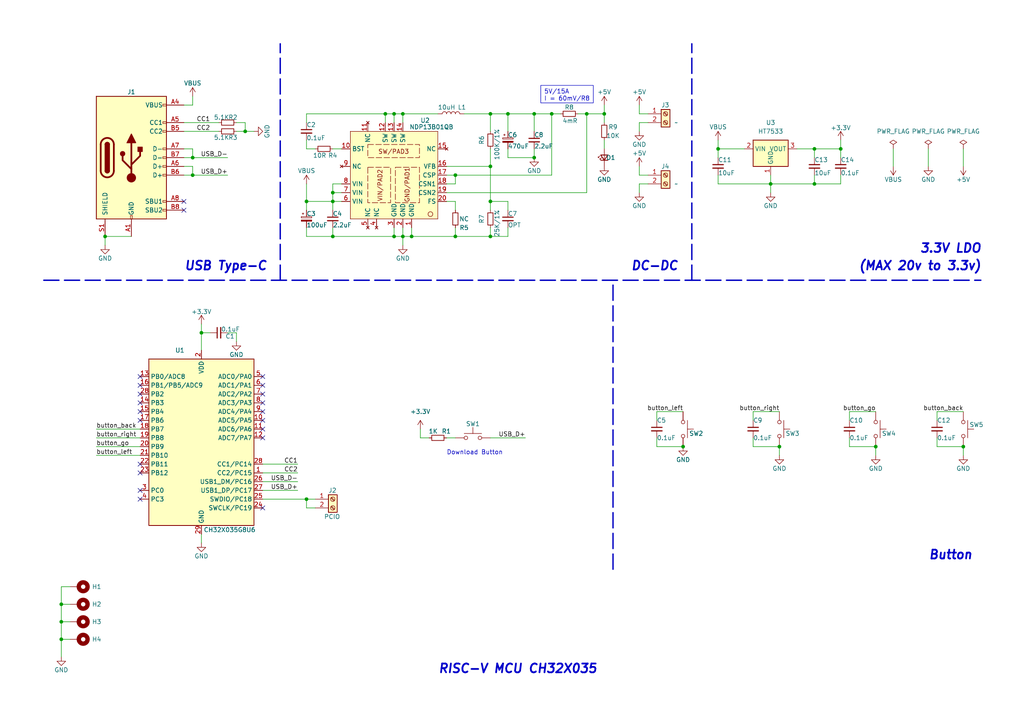
<source format=kicad_sch>
(kicad_sch (version 20230121) (generator eeschema)
  (paper "A4")
  (title_block (rev "V1.1"))
  (lib_symbols
    (symbol "Connector:Screw_Terminal_01x02" (pin_names (offset 1.016) hide)
      (property "Reference" "J" (at 0 2.54 0))
      (property "Value" "Screw_Terminal_01x02" (at 0 -5.08 0))
      (symbol "Screw_Terminal_01x02_1_1"
        (rectangle (start -1.27 1.27) (end 1.27 -3.81) (stroke (width 0.254)) (fill (type background)))
        (circle (center 0 -2.54) (radius 0.635) (stroke (width 0.1524)))
        (polyline (pts (xy -0.5334 -2.2098) (xy 0.3302 -3.048)) (stroke (width 0.1524)))
        (polyline (pts (xy -0.5334 0.3302) (xy 0.3302 -0.508)) (stroke (width 0.1524)))
        (polyline (pts (xy -0.3556 -2.032) (xy 0.508 -2.8702)) (stroke (width 0.1524)))
        (polyline (pts (xy -0.3556 0.508) (xy 0.508 -0.3302)) (stroke (width 0.1524)))
        (circle (center 0 0) (radius 0.635) (stroke (width 0.1524)))
        (pin passive line (at -5.08 0 0) (length 3.81) (name "Pin_1") (number "1"))
        (pin passive line (at -5.08 -2.54 0) (length 3.81) (name "Pin_2") (number "2"))
      )
    )
    (symbol "Connector:USB_C_Receptacle_USB2.0" (pin_names (offset 1.016))
      (property "Reference" "J" (at -10.16 19.05 0))
      (property "Value" "USB_C_Receptacle_USB2.0" (at 19.05 19.05 0))
      (symbol "USB_C_Receptacle_USB2.0_0_0"
        (rectangle (start -0.254 -17.78) (end 0.254 -16.764))
        (rectangle (start 10.16 -14.986) (end 9.144 -15.494))
        (rectangle (start 10.16 -12.446) (end 9.144 -12.954))
        (rectangle (start 10.16 -4.826) (end 9.144 -5.334))
        (rectangle (start 10.16 -2.286) (end 9.144 -2.794))
        (rectangle (start 10.16 0.254) (end 9.144 -0.254))
        (rectangle (start 10.16 2.794) (end 9.144 2.286))
        (rectangle (start 10.16 7.874) (end 9.144 7.366))
        (rectangle (start 10.16 10.414) (end 9.144 9.906))
        (rectangle (start 10.16 15.494) (end 9.144 14.986))
      )
      (symbol "USB_C_Receptacle_USB2.0_0_1"
        (rectangle (start -10.16 17.78) (end 10.16 -17.78) (stroke (width 0.254)) (fill (type background)))
        (arc (start -8.89 -3.81) (mid -6.985 -5.7067) (end -5.08 -3.81) (stroke (width 0.508)))
        (arc (start -7.62 -3.81) (mid -6.985 -4.4423) (end -6.35 -3.81) (stroke (width 0.254)))
        (arc (start -7.62 -3.81) (mid -6.985 -4.4423) (end -6.35 -3.81) (stroke (width 0.254)) (fill (type outline)))
        (rectangle (start -7.62 -3.81) (end -6.35 3.81) (stroke (width 0.254)) (fill (type outline)))
        (arc (start -6.35 3.81) (mid -6.985 4.4423) (end -7.62 3.81) (stroke (width 0.254)))
        (arc (start -6.35 3.81) (mid -6.985 4.4423) (end -7.62 3.81) (stroke (width 0.254)) (fill (type outline)))
        (arc (start -5.08 3.81) (mid -6.985 5.7067) (end -8.89 3.81) (stroke (width 0.508)))
        (circle (center -2.54 1.143) (radius 0.635) (stroke (width 0.254)) (fill (type outline)))
        (circle (center 0 -5.842) (radius 1.27) (fill (type outline)))
        (polyline (pts (xy -8.89 -3.81) (xy -8.89 3.81)) (stroke (width 0.508)))
        (polyline (pts (xy -5.08 3.81) (xy -5.08 -3.81)) (stroke (width 0.508)))
        (polyline (pts (xy 0 -5.842) (xy 0 4.318)) (stroke (width 0.508)))
        (polyline (pts (xy 0 -3.302) (xy -2.54 -0.762) (xy -2.54 0.508)) (stroke (width 0.508)))
        (polyline (pts (xy 0 -2.032) (xy 2.54 0.508) (xy 2.54 1.778)) (stroke (width 0.508)))
        (polyline (pts (xy -1.27 4.318) (xy 0 6.858) (xy 1.27 4.318) (xy -1.27 4.318)) (stroke (width 0.254)) (fill (type outline)))
        (rectangle (start 1.905 1.778) (end 3.175 3.048) (stroke (width 0.254)) (fill (type outline)))
      )
      (symbol "USB_C_Receptacle_USB2.0_1_1"
        (pin passive line (at 0 -22.86 90) (length 5.08) (name "GND") (number "A1"))
        (pin passive line (at 0 -22.86 90) (length 5.08) hide (name "GND") (number "A12"))
        (pin passive line (at 15.24 15.24 180) (length 5.08) (name "VBUS") (number "A4"))
        (pin bidirectional line (at 15.24 10.16 180) (length 5.08) (name "CC1") (number "A5"))
        (pin bidirectional line (at 15.24 -2.54 180) (length 5.08) (name "D+") (number "A6"))
        (pin bidirectional line (at 15.24 2.54 180) (length 5.08) (name "D-") (number "A7"))
        (pin bidirectional line (at 15.24 -12.7 180) (length 5.08) (name "SBU1") (number "A8"))
        (pin passive line (at 15.24 15.24 180) (length 5.08) hide (name "VBUS") (number "A9"))
        (pin passive line (at 0 -22.86 90) (length 5.08) hide (name "GND") (number "B1"))
        (pin passive line (at 0 -22.86 90) (length 5.08) hide (name "GND") (number "B12"))
        (pin passive line (at 15.24 15.24 180) (length 5.08) hide (name "VBUS") (number "B4"))
        (pin bidirectional line (at 15.24 7.62 180) (length 5.08) (name "CC2") (number "B5"))
        (pin bidirectional line (at 15.24 -5.08 180) (length 5.08) (name "D+") (number "B6"))
        (pin bidirectional line (at 15.24 0 180) (length 5.08) (name "D-") (number "B7"))
        (pin bidirectional line (at 15.24 -15.24 180) (length 5.08) (name "SBU2") (number "B8"))
        (pin passive line (at 15.24 15.24 180) (length 5.08) hide (name "VBUS") (number "B9"))
        (pin passive line (at -7.62 -22.86 90) (length 5.08) (name "SHIELD") (number "S1"))
      )
    )
    (symbol "Device:C_Polarized_Small" (pin_numbers hide) (pin_names (offset 0.254) hide)
      (property "Reference" "C" (at 0.254 1.778 0))
      (property "Value" "C_Polarized_Small" (at 0.254 -2.032 0))
      (symbol "C_Polarized_Small_0_1"
        (rectangle (start -1.524 -0.3048) (end 1.524 -0.6858) (fill (type outline)))
        (rectangle (start -1.524 0.6858) (end 1.524 0.3048))
        (polyline (pts (xy -1.27 1.524) (xy -0.762 1.524)))
        (polyline (pts (xy -1.016 1.27) (xy -1.016 1.778)))
      )
      (symbol "C_Polarized_Small_1_1"
        (pin passive line (at 0 2.54 270) (length 1.8542) (name "~") (number "1"))
        (pin passive line (at 0 -2.54 90) (length 1.8542) (name "~") (number "2"))
      )
    )
    (symbol "Device:C_Small" (pin_numbers hide) (pin_names (offset 0.254) hide)
      (property "Reference" "C" (at 0.254 1.778 0))
      (property "Value" "C_Small" (at 0.254 -2.032 0))
      (symbol "C_Small_0_1"
        (polyline (pts (xy -1.524 -0.508) (xy 1.524 -0.508)) (stroke (width 0.3302)))
        (polyline (pts (xy -1.524 0.508) (xy 1.524 0.508)) (stroke (width 0.3048)))
      )
      (symbol "C_Small_1_1"
        (pin passive line (at 0 2.54 270) (length 2.032) (name "~") (number "1"))
        (pin passive line (at 0 -2.54 90) (length 2.032) (name "~") (number "2"))
      )
    )
    (symbol "Device:L" (pin_numbers hide) (pin_names (offset 1.016) hide)
      (property "Reference" "L" (at -1.27 0 90))
      (property "Value" "L" (at 1.905 0 90))
      (symbol "L_0_1"
        (arc (start 0 -2.54) (mid 0.6323 -1.905) (end 0 -1.27))
        (arc (start 0 -1.27) (mid 0.6323 -0.635) (end 0 0))
        (arc (start 0 0) (mid 0.6323 0.635) (end 0 1.27))
        (arc (start 0 1.27) (mid 0.6323 1.905) (end 0 2.54))
      )
      (symbol "L_1_1"
        (pin passive line (at 0 3.81 270) (length 1.27) (name "1") (number "1"))
        (pin passive line (at 0 -3.81 90) (length 1.27) (name "2") (number "2"))
      )
    )
    (symbol "Device:LED_Small" (pin_numbers hide) (pin_names (offset 0.254) hide)
      (property "Reference" "D" (at -1.27 3.175 0))
      (property "Value" "LED_Small" (at -4.445 -2.54 0))
      (symbol "LED_Small_0_1"
        (polyline (pts (xy -0.762 -1.016) (xy -0.762 1.016)) (stroke (width 0.254)))
        (polyline (pts (xy 1.016 0) (xy -0.762 0)))
        (polyline (pts (xy 0.762 -1.016) (xy -0.762 0) (xy 0.762 1.016) (xy 0.762 -1.016)) (stroke (width 0.254)))
        (polyline (pts (xy 0 0.762) (xy -0.508 1.27) (xy -0.254 1.27) (xy -0.508 1.27) (xy -0.508 1.016)))
        (polyline (pts (xy 0.508 1.27) (xy 0 1.778) (xy 0.254 1.778) (xy 0 1.778) (xy 0 1.524)))
      )
      (symbol "LED_Small_1_1"
        (pin passive line (at -2.54 0 0) (length 1.778) (name "K") (number "1"))
        (pin passive line (at 2.54 0 180) (length 1.778) (name "A") (number "2"))
      )
    )
    (symbol "Device:R_Small" (pin_numbers hide) (pin_names (offset 0.254) hide)
      (property "Reference" "R" (at 0.762 0.508 0))
      (property "Value" "R_Small" (at 0.762 -1.016 0))
      (symbol "R_Small_0_1"
        (rectangle (start -0.762 1.778) (end 0.762 -1.778) (stroke (width 0.2032)))
      )
      (symbol "R_Small_1_1"
        (pin passive line (at 0 2.54 270) (length 0.762) (name "~") (number "1"))
        (pin passive line (at 0 -2.54 90) (length 0.762) (name "~") (number "2"))
      )
    )
    (symbol "Mechanical:MountingHole_Pad" (pin_numbers hide) (pin_names (offset 1.016) hide)
      (property "Reference" "H" (at 0 6.35 0))
      (property "Value" "MountingHole_Pad" (at 0 4.445 0))
      (symbol "MountingHole_Pad_0_1"
        (circle (center 0 1.27) (radius 1.27) (stroke (width 1.27)))
      )
      (symbol "MountingHole_Pad_1_1"
        (pin input line (at 0 -2.54 90) (length 2.54) (name "1") (number "1"))
      )
    )
    (symbol "Regulator_Linear:HT75xx-1-SOT89"
      (property "Reference" "U" (at -5.08 -3.81 0))
      (property "Value" "HT75xx-1-SOT89" (at 0 6.35 0))
      (symbol "HT75xx-1-SOT89_0_1"
        (rectangle (start -5.08 5.08) (end 5.08 -2.54) (stroke (width 0.254)) (fill (type background)))
      )
      (symbol "HT75xx-1-SOT89_1_1"
        (pin power_in line (at 0 -5.08 90) (length 2.54) (name "GND") (number "1"))
        (pin power_in line (at -7.62 2.54 0) (length 2.54) (name "VIN") (number "2"))
        (pin power_out line (at 7.62 2.54 180) (length 2.54) (name "VOUT") (number "3"))
      )
    )
    (symbol "Switch:SW_Push" (pin_numbers hide) (pin_names (offset 1.016) hide)
      (property "Reference" "SW" (at 1.27 2.54 0))
      (property "Value" "SW_Push" (at 0 -1.524 0))
      (symbol "SW_Push_0_1"
        (circle (center -2.032 0) (radius 0.508))
        (polyline (pts (xy 0 1.27) (xy 0 3.048)))
        (polyline (pts (xy 2.54 1.27) (xy -2.54 1.27)))
        (circle (center 2.032 0) (radius 0.508))
        (pin passive line (at -5.08 0 0) (length 2.54) (name "1") (number "1"))
        (pin passive line (at 5.08 0 180) (length 2.54) (name "2") (number "2"))
      )
    )
    (symbol "power:+3.3V" (power) (pin_names (offset 0))
      (property "Value" "+3.3V" (at 0 3.556 0))
      (symbol "+3.3V_0_1"
        (polyline (pts (xy -0.762 1.27) (xy 0 2.54)))
        (polyline (pts (xy 0 0) (xy 0 2.54)))
        (polyline (pts (xy 0 2.54) (xy 0.762 1.27)))
      )
      (symbol "+3.3V_1_1"
        (pin power_in line (at 0 0 90) (length 0) hide (name "+3.3V") (number "1"))
      )
    )
    (symbol "power:+5V" (power) (pin_names (offset 0))
      (property "Value" "+5V" (at 0 3.556 0))
      (symbol "+5V_0_1"
        (polyline (pts (xy -0.762 1.27) (xy 0 2.54)))
        (polyline (pts (xy 0 0) (xy 0 2.54)))
        (polyline (pts (xy 0 2.54) (xy 0.762 1.27)))
      )
      (symbol "+5V_1_1"
        (pin power_in line (at 0 0 90) (length 0) hide (name "+5V") (number "1"))
      )
    )
    (symbol "power:GND" (power) (pin_names (offset 0))
      (property "Value" "GND" (at 0 -3.81 0))
      (symbol "GND_0_1"
        (polyline (pts (xy 0 0) (xy 0 -1.27) (xy 1.27 -1.27) (xy 0 -2.54) (xy -1.27 -1.27) (xy 0 -1.27)))
      )
      (symbol "GND_1_1"
        (pin power_in line (at 0 0 270) (length 0) hide (name "GND") (number "1"))
      )
    )
    (symbol "power:PWR_FLAG" (power) (pin_numbers hide) (pin_names (offset 0) hide)
      (property "Value" "PWR_FLAG" (at 0 3.81 0))
      (symbol "PWR_FLAG_0_0"
        (pin power_out line (at 0 0 90) (length 0) (name "pwr") (number "1"))
      )
      (symbol "PWR_FLAG_0_1"
        (polyline (pts (xy 0 0) (xy 0 1.27) (xy -1.016 1.905) (xy 0 2.54) (xy 1.016 1.905) (xy 0 1.27)))
      )
    )
    (symbol "power:VBUS" (power) (pin_names (offset 0))
      (property "Value" "VBUS" (at 0 3.81 0))
      (symbol "VBUS_0_1"
        (polyline (pts (xy -0.762 1.27) (xy 0 2.54)))
        (polyline (pts (xy 0 0) (xy 0 2.54)))
        (polyline (pts (xy 0 2.54) (xy 0.762 1.27)))
      )
      (symbol "VBUS_1_1"
        (pin power_in line (at 0 0 90) (length 0) hide (name "VBUS") (number "1"))
      )
    )
    (symbol "tyk_common:NDP13B01QB"
      (property "Reference" "U" (at 12.7 -17.78 0))
      (property "Value" "NDP13B01QB" (at 15.24 -20.32 0))
      (symbol "NDP13B01QB_1_1"
        (rectangle (start -12.7 12.7) (end 12.7 -12.7) (fill (type background)))
        (rectangle (start -7.62 2.286) (end -1.016 -8.001) (stroke (width 0) (type dash)))
        (rectangle (start -7.62 8.89) (end 7.366 5.08) (stroke (width 0) (type dash)))
        (rectangle (start 0.381 2.286) (end 7.366 -8.001) (stroke (width 0) (type dash)))
        (circle (center 10.541 -11.303) (radius 0.6839))
        (text "GND/PAD1\n" (at 3.81 -2.794 900) (effects (font (size 1.27 1.27))))
        (text "SW/PAD3" (at -0.127 6.858 0) (effects (font (size 1.27 1.27))))
        (text "VIN/PAD2\n" (at -4.064 -2.921 900) (effects (font (size 1.27 1.27))))
        (pin power_in line (at 5.08 -15.24 90) (length 2.54) (name "GND") (number "1"))
        (pin passive line (at -15.24 7.62 0) (length 2.54) (name "BST") (number "10"))
        (pin no_connect line (at -7.62 15.24 270) (length 2.54) (name "NC") (number "11"))
        (pin passive line (at -2.54 15.24 270) (length 2.54) (name "SW") (number "12"))
        (pin passive line (at 0 15.24 270) (length 2.54) (name "SW") (number "13"))
        (pin passive line (at 2.54 15.24 270) (length 2.54) (name "SW") (number "14"))
        (pin no_connect line (at 15.24 7.62 180) (length 2.54) (name "NC") (number "15"))
        (pin passive line (at 15.24 2.54 180) (length 2.54) (name "VFB") (number "16"))
        (pin passive line (at 15.24 0 180) (length 2.54) (name "CSP") (number "17"))
        (pin passive line (at 15.24 -2.54 180) (length 2.54) (name "CSN1") (number "18"))
        (pin passive line (at 15.24 -5.08 180) (length 2.54) (name "CSN2") (number "19"))
        (pin power_in line (at 2.54 -15.24 90) (length 2.54) (name "GND") (number "2"))
        (pin passive line (at 15.24 -7.62 180) (length 2.54) (name "FS") (number "20"))
        (pin power_in line (at 5.08 -15.24 90) (length 2.54) hide (name "GND") (number "21"))
        (pin power_in line (at -15.24 -7.62 0) (length 2.54) hide (name "VIN") (number "22"))
        (pin passive line (at -2.54 15.24 270) (length 2.54) hide (name "SW") (number "23"))
        (pin power_in line (at 0 -15.24 90) (length 2.54) (name "GND") (number "3"))
        (pin no_connect line (at -5.08 -15.24 90) (length 2.54) (name "NC") (number "4"))
        (pin no_connect line (at -7.62 -15.24 90) (length 2.54) (name "NC") (number "5"))
        (pin power_in line (at -15.24 -7.62 0) (length 2.54) (name "VIN") (number "6"))
        (pin power_in line (at -15.24 -5.08 0) (length 2.54) (name "VIN") (number "7"))
        (pin power_in line (at -15.24 -2.54 0) (length 2.54) (name "VIN") (number "8"))
        (pin no_connect line (at -15.24 2.54 0) (length 2.54) (name "NC") (number "9"))
      )
    )
    (symbol "wch_mcu:CH32X035G8U6"
      (property "Reference" "U" (at -5.08 -30.48 0))
      (property "Value" "CH32X035G8U6" (at 10.16 -30.48 0))
      (symbol "CH32X035G8U6_0_1"
        (rectangle (start -15.24 22.86) (end 15.24 -25.4) (stroke (width 0.254)) (fill (type background)))
      )
      (symbol "CH32X035G8U6_1_1"
        (pin bidirectional line (at 17.78 -10.16 180) (length 2.54) (name "CC2/PC15") (number "1"))
        (pin bidirectional line (at 17.78 5.08 180) (length 2.54) (name "ADC5/PA5") (number "10"))
        (pin bidirectional line (at 17.78 2.54 180) (length 2.54) (name "ADC6/PA6") (number "11"))
        (pin bidirectional line (at 17.78 0 180) (length 2.54) (name "ADC7/PA7") (number "12"))
        (pin bidirectional line (at -17.78 17.78 0) (length 2.54) (name "PB0/ADC8") (number "13"))
        (pin bidirectional line (at -17.78 10.16 0) (length 2.54) (name "PB3") (number "14"))
        (pin bidirectional line (at -17.78 7.62 0) (length 2.54) (name "PB4") (number "15"))
        (pin bidirectional line (at -17.78 15.24 0) (length 2.54) (name "PB1/PB5/ADC9") (number "16"))
        (pin bidirectional line (at -17.78 5.08 0) (length 2.54) (name "PB6") (number "17"))
        (pin bidirectional line (at -17.78 2.54 0) (length 2.54) (name "PB7") (number "18"))
        (pin bidirectional line (at -17.78 0 0) (length 2.54) (name "PB8") (number "19"))
        (pin power_in line (at 0 25.4 270) (length 2.54) (name "VDD") (number "2"))
        (pin bidirectional line (at -17.78 -2.54 0) (length 2.54) (name "PB9") (number "20"))
        (pin bidirectional line (at -17.78 -5.08 0) (length 2.54) (name "PB10") (number "21"))
        (pin bidirectional line (at -17.78 -7.62 0) (length 2.54) (name "PB11") (number "22"))
        (pin bidirectional line (at -17.78 -10.16 0) (length 2.54) (name "PB12") (number "23"))
        (pin bidirectional line (at 17.78 -20.32 180) (length 2.54) (name "SWCLK/PC19") (number "24"))
        (pin bidirectional line (at 17.78 -17.78 180) (length 2.54) (name "SWDIO/PC18") (number "25"))
        (pin bidirectional line (at 17.78 -12.7 180) (length 2.54) (name "USB1_DM/PC16") (number "26"))
        (pin bidirectional line (at 17.78 -15.24 180) (length 2.54) (name "USB1_DP/PC17") (number "27"))
        (pin bidirectional line (at 17.78 -7.62 180) (length 2.54) (name "CC1/PC14") (number "28"))
        (pin bidirectional line (at -17.78 12.7 0) (length 2.54) (name "PB2") (number "28"))
        (pin power_in line (at 0 -27.94 90) (length 2.54) (name "GND") (number "29"))
        (pin bidirectional line (at -17.78 -15.24 0) (length 2.54) (name "PC0") (number "3"))
        (pin bidirectional line (at -17.78 -17.78 0) (length 2.54) (name "PC3") (number "4"))
        (pin bidirectional line (at 17.78 17.78 180) (length 2.54) (name "ADC0/PA0") (number "5"))
        (pin bidirectional line (at 17.78 15.24 180) (length 2.54) (name "ADC1/PA1") (number "6"))
        (pin bidirectional line (at 17.78 12.7 180) (length 2.54) (name "ADC2/PA2") (number "7"))
        (pin bidirectional line (at 17.78 10.16 180) (length 2.54) (name "ADC3/PA3") (number "8"))
        (pin bidirectional line (at 17.78 7.62 180) (length 2.54) (name "ADC4/PA4") (number "9"))
      )
    )
  )
  (junction (at 236.22 43.18))
  (junction (at 116.84 68.58))
  (junction (at 142.24 68.58))
  (junction (at 170.18 33.02))
  (junction (at 96.52 55.88))
  (junction (at 175.26 33.02))
  (junction (at 17.78 175.26))
  (junction (at 116.84 33.02))
  (junction (at 226.06 129.54))
  (junction (at 88.9 58.42))
  (junction (at 243.84 43.18))
  (junction (at 147.32 33.02))
  (junction (at 96.52 68.58))
  (junction (at 142.24 33.02))
  (junction (at 223.52 53.34))
  (junction (at 30.48 68.58))
  (junction (at 236.22 53.34))
  (junction (at 198.12 129.54))
  (junction (at 114.3 68.58))
  (junction (at 111.76 33.02))
  (junction (at 17.78 185.42))
  (junction (at 119.38 68.58))
  (junction (at 96.52 58.42))
  (junction (at 142.24 48.26))
  (junction (at 208.28 43.18))
  (junction (at 71.12 38.1))
  (junction (at 279.4 129.54))
  (junction (at 55.88 45.72))
  (junction (at 17.78 180.34))
  (junction (at 55.88 50.8))
  (junction (at 58.42 96.52))
  (junction (at 160.02 33.02))
  (junction (at 114.3 33.02))
  (junction (at 88.9 144.78))
  (junction (at 254 129.54))
  (junction (at 142.24 58.42))
  (junction (at 154.94 33.02))
  (junction (at 132.08 68.58))
  (junction (at 154.94 45.72))
  (junction (at 132.08 50.8))
  (no_connect (at 40.64 119.38))
  (no_connect (at 40.64 109.22))
  (no_connect (at 76.2 121.92))
  (no_connect (at 76.2 109.22))
  (no_connect (at 40.64 137.16))
  (no_connect (at 40.64 121.92))
  (no_connect (at 76.2 111.76))
  (no_connect (at 40.64 142.24))
  (no_connect (at 76.2 127))
  (no_connect (at 40.64 111.76))
  (no_connect (at 40.64 116.84))
  (no_connect (at 76.2 124.46))
  (no_connect (at 53.34 58.42))
  (no_connect (at 76.2 147.32))
  (no_connect (at 40.64 134.62))
  (no_connect (at 53.34 60.96))
  (no_connect (at 76.2 119.38))
  (no_connect (at 40.64 114.3))
  (no_connect (at 76.2 114.3))
  (no_connect (at 76.2 116.84))
  (no_connect (at 40.64 144.78))
  (wire (pts (xy 218.44 121.92) (xy 218.44 119.38)))
  (wire (pts (xy 271.78 119.38) (xy 279.4 119.38)))
  (wire (pts (xy 246.38 121.92) (xy 246.38 119.38)))
  (wire (pts (xy 259.08 48.26) (xy 259.08 43.18)))
  (wire (pts (xy 236.22 43.18) (xy 243.84 43.18)))
  (wire (pts (xy 99.06 58.42) (xy 96.52 58.42)))
  (wire (pts (xy 170.18 33.02) (xy 175.26 33.02)))
  (wire (pts (xy 73.66 38.1) (xy 71.12 38.1)))
  (wire (pts (xy 160.02 33.02) (xy 162.56 33.02)))
  (wire (pts (xy 58.42 93.98) (xy 58.42 96.52)))
  (wire (pts (xy 88.9 147.32) (xy 88.9 144.78)))
  (wire (pts (xy 185.42 30.48) (xy 185.42 33.02)))
  (wire (pts (xy 132.08 53.34) (xy 132.08 50.8)))
  (wire (pts (xy 175.26 33.02) (xy 175.26 35.56)))
  (wire (pts (xy 88.9 33.02) (xy 111.76 33.02)))
  (wire (pts (xy 190.5 121.92) (xy 190.5 119.38)))
  (wire (pts (xy 142.24 66.04) (xy 142.24 68.58)))
  (wire (pts (xy 154.94 45.72) (xy 154.94 43.18)))
  (wire (pts (xy 152.4 127) (xy 142.24 127)))
  (wire (pts (xy 208.28 53.34) (xy 223.52 53.34)))
  (wire (pts (xy 88.9 35.56) (xy 88.9 33.02)))
  (wire (pts (xy 147.32 38.1) (xy 147.32 33.02)))
  (wire (pts (xy 91.44 147.32) (xy 88.9 147.32)))
  (wire (pts (xy 167.64 33.02) (xy 170.18 33.02)))
  (wire (pts (xy 187.96 53.34) (xy 185.42 53.34)))
  (wire (pts (xy 88.9 58.42) (xy 88.9 53.34)))
  (wire (pts (xy 53.34 43.18) (xy 55.88 43.18)))
  (wire (pts (xy 132.08 68.58) (xy 119.38 68.58)))
  (wire (pts (xy 116.84 33.02) (xy 114.3 33.02)))
  (wire (pts (xy 71.12 38.1) (xy 68.58 38.1)))
  (wire (pts (xy 86.36 139.7) (xy 76.2 139.7)))
  (wire (pts (xy 58.42 96.52) (xy 60.96 96.52)))
  (wire (pts (xy 218.44 129.54) (xy 226.06 129.54)))
  (wire (pts (xy 86.36 137.16) (xy 76.2 137.16)))
  (wire (pts (xy 208.28 50.8) (xy 208.28 53.34)))
  (wire (pts (xy 271.78 127) (xy 271.78 129.54)))
  (wire (pts (xy 68.58 99.06) (xy 68.58 96.52)))
  (wire (pts (xy 147.32 60.96) (xy 147.32 58.42)))
  (wire (pts (xy 279.4 132.08) (xy 279.4 129.54)))
  (wire (pts (xy 147.32 43.18) (xy 147.32 45.72)))
  (wire (pts (xy 17.78 180.34) (xy 17.78 185.42)))
  (wire (pts (xy 88.9 144.78) (xy 91.44 144.78)))
  (wire (pts (xy 185.42 33.02) (xy 187.96 33.02)))
  (wire (pts (xy 88.9 43.18) (xy 88.9 40.64)))
  (wire (pts (xy 17.78 180.34) (xy 20.32 180.34)))
  (wire (pts (xy 208.28 40.64) (xy 208.28 43.18)))
  (wire (pts (xy 154.94 33.02) (xy 160.02 33.02)))
  (wire (pts (xy 121.92 127) (xy 124.46 127)))
  (wire (pts (xy 246.38 127) (xy 246.38 129.54)))
  (wire (pts (xy 185.42 48.26) (xy 185.42 50.8)))
  (wire (pts (xy 53.34 35.56) (xy 63.5 35.56)))
  (wire (pts (xy 175.26 30.48) (xy 175.26 33.02)))
  (wire (pts (xy 20.32 170.18) (xy 17.78 170.18)))
  (wire (pts (xy 132.08 68.58) (xy 142.24 68.58)))
  (wire (pts (xy 53.34 48.26) (xy 55.88 48.26)))
  (wire (pts (xy 142.24 48.26) (xy 142.24 58.42)))
  (polyline (pts (xy 177.8 165.1) (xy 177.8 81.28)) (stroke (width 0.4) (type dash)))
  (wire (pts (xy 147.32 58.42) (xy 142.24 58.42)))
  (wire (pts (xy 88.9 68.58) (xy 96.52 68.58)))
  (wire (pts (xy 114.3 66.04) (xy 114.3 68.58)))
  (wire (pts (xy 116.84 33.02) (xy 127 33.02)))
  (wire (pts (xy 147.32 45.72) (xy 154.94 45.72)))
  (polyline (pts (xy 81.28 81.28) (xy 81.28 12.7)) (stroke (width 0.4) (type dash)))
  (wire (pts (xy 269.24 43.18) (xy 269.24 48.26)))
  (wire (pts (xy 58.42 96.52) (xy 58.42 101.6)))
  (wire (pts (xy 246.38 119.38) (xy 254 119.38)))
  (wire (pts (xy 88.9 58.42) (xy 96.52 58.42)))
  (wire (pts (xy 53.34 45.72) (xy 55.88 45.72)))
  (wire (pts (xy 185.42 35.56) (xy 185.42 38.1)))
  (wire (pts (xy 121.92 124.46) (xy 121.92 127)))
  (wire (pts (xy 114.3 33.02) (xy 114.3 35.56)))
  (wire (pts (xy 17.78 175.26) (xy 17.78 180.34)))
  (wire (pts (xy 86.36 134.62) (xy 76.2 134.62)))
  (wire (pts (xy 55.88 48.26) (xy 55.88 50.8)))
  (wire (pts (xy 114.3 68.58) (xy 116.84 68.58)))
  (wire (pts (xy 271.78 129.54) (xy 279.4 129.54)))
  (wire (pts (xy 147.32 66.04) (xy 147.32 68.58)))
  (wire (pts (xy 142.24 38.1) (xy 142.24 33.02)))
  (wire (pts (xy 142.24 43.18) (xy 142.24 48.26)))
  (wire (pts (xy 58.42 157.48) (xy 58.42 154.94)))
  (wire (pts (xy 27.94 129.54) (xy 40.64 129.54)))
  (wire (pts (xy 68.58 35.56) (xy 71.12 35.56)))
  (wire (pts (xy 91.44 43.18) (xy 88.9 43.18)))
  (wire (pts (xy 88.9 66.04) (xy 88.9 68.58)))
  (wire (pts (xy 17.78 185.42) (xy 20.32 185.42)))
  (wire (pts (xy 185.42 50.8) (xy 187.96 50.8)))
  (wire (pts (xy 190.5 119.38) (xy 198.12 119.38)))
  (wire (pts (xy 142.24 58.42) (xy 142.24 60.96)))
  (wire (pts (xy 132.08 66.04) (xy 132.08 68.58)))
  (wire (pts (xy 129.54 127) (xy 132.08 127)))
  (wire (pts (xy 55.88 43.18) (xy 55.88 45.72)))
  (wire (pts (xy 27.94 124.46) (xy 40.64 124.46)))
  (wire (pts (xy 243.84 50.8) (xy 243.84 53.34)))
  (wire (pts (xy 246.38 129.54) (xy 254 129.54)))
  (polyline (pts (xy 200.66 81.28) (xy 200.66 12.7)) (stroke (width 0.4) (type dash)))
  (wire (pts (xy 55.88 45.72) (xy 66.04 45.72)))
  (wire (pts (xy 96.52 43.18) (xy 99.06 43.18)))
  (wire (pts (xy 243.84 43.18) (xy 243.84 45.72)))
  (wire (pts (xy 271.78 121.92) (xy 271.78 119.38)))
  (wire (pts (xy 254 132.08) (xy 254 129.54)))
  (wire (pts (xy 30.48 71.12) (xy 30.48 68.58)))
  (wire (pts (xy 154.94 38.1) (xy 154.94 33.02)))
  (wire (pts (xy 236.22 53.34) (xy 223.52 53.34)))
  (wire (pts (xy 17.78 175.26) (xy 20.32 175.26)))
  (wire (pts (xy 129.54 55.88) (xy 170.18 55.88)))
  (wire (pts (xy 99.06 55.88) (xy 96.52 55.88)))
  (wire (pts (xy 96.52 58.42) (xy 96.52 55.88)))
  (wire (pts (xy 96.52 53.34) (xy 96.52 55.88)))
  (wire (pts (xy 55.88 27.94) (xy 55.88 30.48)))
  (wire (pts (xy 187.96 35.56) (xy 185.42 35.56)))
  (wire (pts (xy 116.84 71.12) (xy 116.84 68.58)))
  (wire (pts (xy 147.32 33.02) (xy 154.94 33.02)))
  (wire (pts (xy 175.26 43.18) (xy 175.26 40.64)))
  (wire (pts (xy 119.38 66.04) (xy 119.38 68.58)))
  (wire (pts (xy 190.5 127) (xy 190.5 129.54)))
  (wire (pts (xy 142.24 33.02) (xy 147.32 33.02)))
  (wire (pts (xy 88.9 60.96) (xy 88.9 58.42)))
  (wire (pts (xy 86.36 142.24) (xy 76.2 142.24)))
  (wire (pts (xy 96.52 53.34) (xy 99.06 53.34)))
  (wire (pts (xy 17.78 170.18) (xy 17.78 175.26)))
  (wire (pts (xy 134.62 33.02) (xy 142.24 33.02)))
  (wire (pts (xy 132.08 58.42) (xy 132.08 60.96)))
  (wire (pts (xy 190.5 129.54) (xy 198.12 129.54)))
  (wire (pts (xy 96.52 66.04) (xy 96.52 68.58)))
  (wire (pts (xy 55.88 30.48) (xy 53.34 30.48)))
  (wire (pts (xy 27.94 127) (xy 40.64 127)))
  (wire (pts (xy 96.52 60.96) (xy 96.52 58.42)))
  (wire (pts (xy 208.28 43.18) (xy 215.9 43.18)))
  (wire (pts (xy 116.84 35.56) (xy 116.84 33.02)))
  (wire (pts (xy 231.14 43.18) (xy 236.22 43.18)))
  (wire (pts (xy 132.08 50.8) (xy 160.02 50.8)))
  (wire (pts (xy 116.84 66.04) (xy 116.84 68.58)))
  (wire (pts (xy 279.4 48.26) (xy 279.4 43.18)))
  (wire (pts (xy 218.44 127) (xy 218.44 129.54)))
  (wire (pts (xy 236.22 50.8) (xy 236.22 53.34)))
  (wire (pts (xy 71.12 35.56) (xy 71.12 38.1)))
  (wire (pts (xy 55.88 50.8) (xy 53.34 50.8)))
  (wire (pts (xy 116.84 68.58) (xy 119.38 68.58)))
  (wire (pts (xy 226.06 132.08) (xy 226.06 129.54)))
  (wire (pts (xy 170.18 55.88) (xy 170.18 33.02)))
  (wire (pts (xy 147.32 68.58) (xy 142.24 68.58)))
  (polyline (pts (xy 12.7 81.28) (xy 284.48 81.28)) (stroke (width 0.4) (type dash)))
  (wire (pts (xy 236.22 43.18) (xy 236.22 45.72)))
  (wire (pts (xy 132.08 58.42) (xy 129.54 58.42)))
  (wire (pts (xy 243.84 53.34) (xy 236.22 53.34)))
  (wire (pts (xy 185.42 53.34) (xy 185.42 55.88)))
  (wire (pts (xy 218.44 119.38) (xy 226.06 119.38)))
  (wire (pts (xy 27.94 132.08) (xy 40.64 132.08)))
  (wire (pts (xy 223.52 53.34) (xy 223.52 50.8)))
  (wire (pts (xy 129.54 48.26) (xy 142.24 48.26)))
  (wire (pts (xy 129.54 53.34) (xy 132.08 53.34)))
  (wire (pts (xy 30.48 68.58) (xy 38.1 68.58)))
  (wire (pts (xy 17.78 185.42) (xy 17.78 190.5)))
  (wire (pts (xy 208.28 45.72) (xy 208.28 43.18)))
  (wire (pts (xy 96.52 68.58) (xy 114.3 68.58)))
  (wire (pts (xy 111.76 33.02) (xy 111.76 35.56)))
  (wire (pts (xy 68.58 96.52) (xy 66.04 96.52)))
  (wire (pts (xy 223.52 55.88) (xy 223.52 53.34)))
  (wire (pts (xy 243.84 40.64) (xy 243.84 43.18)))
  (wire (pts (xy 53.34 38.1) (xy 63.5 38.1)))
  (wire (pts (xy 129.54 50.8) (xy 132.08 50.8)))
  (wire (pts (xy 66.04 50.8) (xy 55.88 50.8)))
  (wire (pts (xy 114.3 33.02) (xy 111.76 33.02)))
  (wire (pts (xy 76.2 144.78) (xy 88.9 144.78)))
  (wire (pts (xy 160.02 50.8) (xy 160.02 33.02)))
  (text_box "5V/15A\nI = 60mV/R8" (at 156.845 24.765 0) (size 15.24 5.08) (effects (font (size 1.27 1.27)) (justify left top)))
  (text "DC-DC" (at 182.88 78.74 0) (effects (font (size 2.54 2.54) (thickness 0.508) bold italic) (justify left bottom)))
  (text "Download Button" (at 129.54 132.08 0) (effects (font (size 1.27 1.27)) (justify left bottom)))
  (text "3.3V LDO" (at 266.7 73.66 0) (effects (font (size 2.54 2.54) (thickness 0.508) bold italic) (justify left bottom)))
  (text "USB Type-C" (at 53.34 78.74 0) (effects (font (size 2.54 2.54) (thickness 0.508) bold italic) (justify left bottom)))
  (text "(MAX 20v to 3.3v)" (at 248.92 78.74 0) (effects (font (size 2.54 2.54) (thickness 0.508) bold italic) (justify left bottom)))
  (text "Button" (at 269.24 162.56 0) (effects (font (size 2.54 2.54) (thickness 0.508) bold italic) (justify left bottom)))
  (text "RISC-V MCU CH32X035" (at 127 195.58 0) (effects (font (size 2.54 2.54) (thickness 0.508) bold italic) (justify left bottom)))
  (label "button_left" (at 27.94 132.08 0))
  (label "CC2" (at 86.36 137.16 180))
  (label "button_right" (at 226.06 119.38 180))
  (label "button_go" (at 27.94 129.54 0))
  (label "USB_D-" (at 86.36 139.7 180))
  (label "button_go" (at 254 119.38 180))
  (label "CC1" (at 86.36 134.62 180))
  (label "USB_D+" (at 152.4 127 180))
  (label "CC1" (at 60.96 35.56 180))
  (label "button_back" (at 279.4 119.38 180))
  (label "CC2" (at 60.96 38.1 180))
  (label "USB_D+" (at 66.04 50.8 180))
  (label "button_back" (at 27.94 124.46 0))
  (label "USB_D+" (at 86.36 142.24 180))
  (label "button_left" (at 198.12 119.38 180))
  (label "button_right" (at 27.94 127 0))
  (label "USB_D-" (at 66.04 45.72 180))
  (symbol (lib_id "Connector:Screw_Terminal_01x02") (at 193.04 50.8 0) (unit 1)
    (property "Reference" "J4" (at 191.77 48.26 0) (effects (justify left)))
    (property "Value" "~" (at 195.58 53.34 0) (effects (justify left)))
    (property "Footprint" "tyk_common:CONN-TH_2P-P3.81_WJ15EDGRC-3.81-2P" (effects hide))
  )
  (symbol (lib_id "Device:L") (at 130.81 33.02 90) (unit 1)
    (property "Reference" "L1" (at 133.985 31.115 90))
    (property "Value" "10uH" (at 129.54 31.115 90))
    (property "Footprint" "Inductor_THT:L_Toroid_Vertical_L22.4mm_W10.2mm_P7.90mm_Vishay_TJ4" (effects hide))
  )
  (symbol (lib_id "power:GND") (at 269.24 48.26 0) (unit 1)
    (property "Reference" "#PWR026" (effects hide))
    (property "Value" "GND" (at 269.24 52.07 0))
  )
  (symbol (lib_id "power:GND") (at 185.42 55.88 0) (unit 1)
    (property "Reference" "#PWR019" (effects hide))
    (property "Value" "GND" (at 185.42 59.69 0))
  )
  (symbol (lib_id "power:GND") (at 58.42 157.48 0) (unit 1)
    (property "Reference" "#PWR04" (effects hide))
    (property "Value" "GND" (at 58.42 161.29 0))
  )
  (symbol (lib_id "power:GND") (at 68.58 99.06 0) (unit 1)
    (property "Reference" "#PWR06" (effects hide))
    (property "Value" "GND" (at 68.58 102.87 0))
  )
  (symbol (lib_id "Device:C_Polarized_Small") (at 147.32 40.64 0) (unit 1)
    (property "Reference" "C6" (at 147.32 39.116 0) (effects (justify left)))
    (property "Value" "470uF" (at 147.32 42.418 0) (effects (justify left)))
    (property "Footprint" "Capacitor_THT:C_Radial_D6.3mm_H7.0mm_P2.50mm" (effects hide))
  )
  (symbol (lib_id "Device:C_Small") (at 88.9 38.1 0) (unit 1)
    (property "Reference" "C2" (at 88.9 36.195 0) (effects (justify left)))
    (property "Value" "0.1uF" (at 88.9 40.005 0) (effects (justify left)))
    (property "Footprint" "Capacitor_SMD:C_0603_1608Metric" (effects hide))
  )
  (symbol (lib_id "Mechanical:MountingHole_Pad") (at 22.86 185.42 270) (unit 1)
    (property "Reference" "H4" (at 26.67 185.42 90) (effects (justify left)))
    (property "Value" "MountingHole_Pad" (effects hide))
    (property "Footprint" "MountingHole:MountingHole_3.2mm_M3_DIN965_Pad" (effects hide))
  )
  (symbol (lib_id "Switch:SW_Push") (at 254 124.46 270) (mirror x) (unit 1)
    (property "Reference" "SW4" (at 257.81 125.73 90))
    (property "Value" "SW_Push" (effects hide))
    (property "Footprint" "Button_Switch_THT:SW_PUSH-12mm" (effects hide))
  )
  (symbol (lib_id "Connector:Screw_Terminal_01x02") (at 193.04 33.02 0) (unit 1)
    (property "Reference" "J3" (at 191.77 30.48 0) (effects (justify left)))
    (property "Value" "~" (at 195.58 35.56 0) (effects (justify left)))
    (property "Footprint" "tyk_common:CONN-TH_2P-P3.81_WJ15EDGRC-3.81-2P" (effects hide))
  )
  (symbol (lib_id "Device:C_Small") (at 63.5 96.52 90) (unit 1)
    (property "Reference" "C1" (at 68.072 97.536 90) (effects (justify left)))
    (property "Value" "0.1uF" (at 69.596 95.504 90) (effects (justify left)))
    (property "Footprint" "Capacitor_SMD:C_0603_1608Metric" (effects hide))
  )
  (symbol (lib_id "power:GND") (at 73.66 38.1 90) (unit 1)
    (property "Reference" "#PWR07" (effects hide))
    (property "Value" "GND" (at 77.47 38.1 0))
  )
  (symbol (lib_id "Device:C_Small") (at 208.28 48.26 0) (unit 1)
    (property "Reference" "C11" (at 208.28 46.355 0) (effects (justify left)))
    (property "Value" "10uF" (at 208.28 50.165 0) (effects (justify left)))
    (property "Footprint" "Capacitor_SMD:C_1206_3216Metric" (effects hide))
  )
  (symbol (lib_id "Mechanical:MountingHole_Pad") (at 22.86 175.26 270) (unit 1)
    (property "Reference" "H2" (at 26.67 175.26 90) (effects (justify left)))
    (property "Value" "MountingHole_Pad" (effects hide))
    (property "Footprint" "MountingHole:MountingHole_3.2mm_M3_DIN965_Pad" (effects hide))
  )
  (symbol (lib_id "Device:R_Small") (at 142.24 63.5 0) (mirror y) (unit 1)
    (property "Reference" "R7" (at 139.7 63.5 90))
    (property "Value" "25K/1%" (at 144.145 64.77 90))
    (property "Footprint" "Resistor_SMD:R_0603_1608Metric" (effects hide))
  )
  (symbol (lib_id "Device:R_Small") (at 66.04 35.56 270) (mirror x) (unit 1)
    (property "Reference" "R2" (at 67.564 34.036 90))
    (property "Value" "5.1K" (at 64.262 34.036 90))
    (property "Footprint" "Resistor_SMD:R_0603_1608Metric" (effects hide))
  )
  (symbol (lib_id "Connector:Screw_Terminal_01x02") (at 96.52 144.78 0) (unit 1)
    (property "Reference" "J2" (at 95.25 142.24 0) (effects (justify left)))
    (property "Value" "PCIO" (at 93.98 149.86 0) (effects (justify left)))
    (property "Footprint" "tyk_common:CONN-TH_2P-P3.81_WJ15EDGRC-3.81-2P" (effects hide))
  )
  (symbol (lib_id "power:GND") (at 154.94 45.72 0) (unit 1)
    (property "Reference" "#PWR012" (effects hide))
    (property "Value" "GND" (at 154.94 49.53 0))
  )
  (symbol (lib_id "power:GND") (at 223.52 55.88 0) (unit 1)
    (property "Reference" "#PWR022" (effects hide))
    (property "Value" "GND" (at 223.52 59.69 0))
  )
  (symbol (lib_id "Device:C_Small") (at 218.44 124.46 0) (unit 1)
    (property "Reference" "C9" (at 218.44 121.92 0) (effects (justify left)))
    (property "Value" "0.1uF" (at 218.44 127 0) (effects (justify left)))
    (property "Footprint" "Capacitor_SMD:C_0603_1608Metric" (effects hide))
  )
  (symbol (lib_id "Device:C_Small") (at 154.94 40.64 0) (unit 1)
    (property "Reference" "C8" (at 154.94 39.116 0) (effects (justify left)))
    (property "Value" "2.2uF" (at 154.94 42.418 0) (effects (justify left)))
    (property "Footprint" "Capacitor_SMD:C_0603_1608Metric" (effects hide))
  )
  (symbol (lib_id "Device:C_Small") (at 271.78 124.46 0) (unit 1)
    (property "Reference" "C12" (at 271.78 121.92 0) (effects (justify left)))
    (property "Value" "0.1uF" (at 271.78 127 0) (effects (justify left)))
    (property "Footprint" "Capacitor_SMD:C_0603_1608Metric" (effects hide))
  )
  (symbol (lib_id "Device:R_Small") (at 66.04 38.1 270) (mirror x) (unit 1)
    (property "Reference" "R3" (at 67.564 39.878 90))
    (property "Value" "5.1K" (at 64.262 39.878 90))
    (property "Footprint" "Resistor_SMD:R_0603_1608Metric" (effects hide))
  )
  (symbol (lib_id "Connector:USB_C_Receptacle_USB2.0") (at 38.1 45.72 0) (unit 1)
    (property "Reference" "J1" (at 38.1 26.67 0))
    (property "Value" "USB_C_Receptacle_USB2.0" (effects hide))
    (property "Footprint" "Connector_USB:USB_C_Receptacle_HRO_TYPE-C-31-M-12" (effects hide))
    (property "Datasheet" "https://www.usb.org/sites/default/files/documents/usb_type-c.zip" (effects hide))
  )
  (symbol (lib_id "wch_mcu:CH32X035G8U6") (at 58.42 127 0) (unit 1)
    (property "Reference" "U1" (at 50.8 101.6 0) (effects (justify left)))
    (property "Value" "CH32X035G8U6" (at 59.055 153.67 0) (effects (justify left)))
    (property "Footprint" "Package_DFN_QFN:QFN-28-1EP_4x4mm_P0.4mm_EP2.6x2.6mm_ThermalVias" (effects hide))
  )
  (symbol (lib_id "Switch:SW_Push") (at 226.06 124.46 270) (mirror x) (unit 1)
    (property "Reference" "SW3" (at 229.87 125.73 90))
    (property "Value" "SW_Push" (effects hide))
    (property "Footprint" "Button_Switch_THT:SW_PUSH-12mm" (effects hide))
  )
  (symbol (lib_id "Device:R_Small") (at 127 127 90) (unit 1)
    (property "Reference" "R1" (at 130.81 125.095 90) (effects (justify left)))
    (property "Value" "1K" (at 127 125.095 90) (effects (justify left)))
    (property "Footprint" "Resistor_SMD:R_0603_1608Metric" (effects hide))
  )
  (symbol (lib_id "Regulator_Linear:HT75xx-1-SOT89") (at 223.52 45.72 0) (unit 1)
    (property "Reference" "U3" (at 223.52 35.56 0))
    (property "Value" "HT7533" (at 223.52 38.1 0))
    (property "Footprint" "Package_TO_SOT_SMD:SOT-89-3" (effects hide))
    (property "Datasheet" "https://www.holtek.com/documents/10179/116711/HT75xx-1v250.pdf" (effects hide))
  )
  (symbol (lib_id "Switch:SW_Push") (at 137.16 127 0) (unit 1)
    (property "Reference" "SW1" (at 137.16 122.936 0))
    (property "Value" "SW_Push" (effects hide))
    (property "Footprint" "Button_Switch_SMD:SW_SPST_EVQP2" (effects hide))
  )
  (symbol (lib_id "power:GND") (at 185.42 38.1 0) (unit 1)
    (property "Reference" "#PWR017" (effects hide))
    (property "Value" "GND" (at 185.42 41.91 0))
  )
  (symbol (lib_id "power:GND") (at 30.48 71.12 0) (unit 1)
    (property "Reference" "#PWR01" (effects hide))
    (property "Value" "GND" (at 30.48 74.93 0))
  )
  (symbol (lib_id "power:PWR_FLAG") (at 259.08 43.18 0) (unit 1)
    (property "Reference" "#FLG01" (effects hide))
    (property "Value" "PWR_FLAG" (at 259.08 38.1 0))
  )
  (symbol (lib_id "power:GND") (at 226.06 132.08 0) (unit 1)
    (property "Reference" "#PWR015" (effects hide))
    (property "Value" "GND" (at 226.06 135.89 0))
  )
  (symbol (lib_id "Device:R_Small") (at 142.24 40.64 0) (mirror y) (unit 1)
    (property "Reference" "R6" (at 139.7 40.64 90))
    (property "Value" "100K/1%" (at 144.145 41.91 90))
    (property "Footprint" "Resistor_SMD:R_0603_1608Metric" (effects hide))
  )
  (symbol (lib_id "power:+5V") (at 279.4 48.26 180) (unit 1)
    (property "Reference" "#PWR027" (effects hide))
    (property "Value" "+5V" (at 279.4 52.07 0))
  )
  (symbol (lib_id "power:PWR_FLAG") (at 269.24 43.18 0) (unit 1)
    (property "Reference" "#FLG02" (effects hide))
    (property "Value" "PWR_FLAG" (at 269.24 38.1 0))
  )
  (symbol (lib_id "Device:C_Polarized_Small") (at 88.9 63.5 0) (unit 1)
    (property "Reference" "C3" (at 88.9 61.976 0) (effects (justify left)))
    (property "Value" "100uF" (at 88.9 65.278 0) (effects (justify left)))
    (property "Footprint" "Capacitor_THT:C_Radial_D6.3mm_H7.0mm_P2.50mm" (effects hide))
  )
  (symbol (lib_id "power:VBUS") (at 259.08 48.26 180) (unit 1)
    (property "Reference" "#PWR025" (effects hide))
    (property "Value" "VBUS" (at 259.08 52.07 0))
  )
  (symbol (lib_id "Mechanical:MountingHole_Pad") (at 22.86 170.18 270) (unit 1)
    (property "Reference" "H1" (at 26.67 170.18 90) (effects (justify left)))
    (property "Value" "MountingHole_Pad" (effects hide))
    (property "Footprint" "MountingHole:MountingHole_3.2mm_M3_DIN965_Pad" (effects hide))
  )
  (symbol (lib_id "power:GND") (at 17.78 190.5 0) (unit 1)
    (property "Reference" "#PWR010" (effects hide))
    (property "Value" "GND" (at 17.78 194.31 0))
  )
  (symbol (lib_id "power:GND") (at 175.26 48.26 0) (unit 1)
    (property "Reference" "#PWR014" (effects hide))
    (property "Value" "GND" (at 175.26 52.07 0))
  )
  (symbol (lib_id "Device:C_Small") (at 147.32 63.5 0) (unit 1)
    (property "Reference" "C7" (at 147.32 61.976 0) (effects (justify left)))
    (property "Value" "OPT" (at 147.32 65.278 0) (effects (justify left)))
    (property "Footprint" "Capacitor_SMD:C_0603_1608Metric" (effects hide))
  )
  (symbol (lib_id "Device:C_Small") (at 190.5 124.46 0) (unit 1)
    (property "Reference" "C5" (at 190.5 121.92 0) (effects (justify left)))
    (property "Value" "0.1uF" (at 190.5 127 0) (effects (justify left)))
    (property "Footprint" "Capacitor_SMD:C_0603_1608Metric" (effects hide))
  )
  (symbol (lib_id "power:PWR_FLAG") (at 279.4 43.18 0) (unit 1)
    (property "Reference" "#FLG03" (effects hide))
    (property "Value" "PWR_FLAG" (at 279.4 38.1 0))
  )
  (symbol (lib_id "power:+3.3V") (at 58.42 93.98 0) (unit 1)
    (property "Reference" "#PWR03" (effects hide))
    (property "Value" "+3.3V" (at 58.42 90.424 0))
  )
  (symbol (lib_id "power:GND") (at 116.84 71.12 0) (unit 1)
    (property "Reference" "#PWR09" (effects hide))
    (property "Value" "GND" (at 116.84 74.93 0))
  )
  (symbol (lib_id "power:+3.3V") (at 121.92 124.46 0) (unit 1)
    (property "Reference" "#PWR02" (effects hide))
    (property "Value" "+3.3V" (at 121.92 119.38 0))
  )
  (symbol (lib_id "power:+5V") (at 185.42 30.48 0) (unit 1)
    (property "Reference" "#PWR016" (effects hide))
    (property "Value" "+5V" (at 185.42 26.67 0))
  )
  (symbol (lib_id "power:GND") (at 279.4 132.08 0) (unit 1)
    (property "Reference" "#PWR023" (effects hide))
    (property "Value" "GND" (at 279.4 135.89 0))
  )
  (symbol (lib_id "power:GND") (at 198.12 129.54 0) (unit 1)
    (property "Reference" "#PWR011" (effects hide))
    (property "Value" "GND" (at 198.12 133.35 0))
  )
  (symbol (lib_id "Device:C_Small") (at 246.38 124.46 0) (unit 1)
    (property "Reference" "C10" (at 246.38 121.92 0) (effects (justify left)))
    (property "Value" "0.1uF" (at 246.38 127 0) (effects (justify left)))
    (property "Footprint" "Capacitor_SMD:C_0603_1608Metric" (effects hide))
  )
  (symbol (lib_id "tyk_common:NDP13B01QB") (at 114.3 50.8 0) (unit 1)
    (property "Reference" "U2" (at 121.92 34.925 0) (effects (justify left)))
    (property "Value" "NDP13B01QB" (at 118.745 36.83 0) (effects (justify left)))
    (property "Footprint" "tyk_common:QFN-20_L5.0-W5.0-P0.80-TL-NDP1460QB" (effects hide))
  )
  (symbol (lib_id "Device:C_Small") (at 236.22 48.26 0) (unit 1)
    (property "Reference" "C13" (at 236.22 46.355 0) (effects (justify left)))
    (property "Value" "10uF" (at 236.22 50.165 0) (effects (justify left)))
    (property "Footprint" "Capacitor_SMD:C_1206_3216Metric" (effects hide))
  )
  (symbol (lib_id "power:VBUS") (at 55.88 27.94 0) (unit 1)
    (property "Reference" "#PWR05" (effects hide))
    (property "Value" "VBUS" (at 55.88 24.13 0))
  )
  (symbol (lib_id "Device:C_Small") (at 96.52 63.5 0) (unit 1)
    (property "Reference" "C4" (at 96.52 61.976 0) (effects (justify left)))
    (property "Value" "2.2uF" (at 96.52 65.278 0) (effects (justify left)))
    (property "Footprint" "Capacitor_SMD:C_0603_1608Metric" (effects hide))
  )
  (symbol (lib_id "Device:R_Small") (at 175.26 38.1 0) (unit 1)
    (property "Reference" "R9" (at 177.8 36.83 0))
    (property "Value" "10K" (at 177.8 39.37 0))
    (property "Footprint" "Resistor_SMD:R_0603_1608Metric" (effects hide))
  )
  (symbol (lib_id "Device:R_Small") (at 132.08 63.5 0) (mirror y) (unit 1)
    (property "Reference" "R5" (at 134.62 66.04 0))
    (property "Value" "NC" (at 134.62 63.5 0))
    (property "Footprint" "Resistor_SMD:R_0603_1608Metric" (effects hide))
  )
  (symbol (lib_id "Device:R_Small") (at 165.1 33.02 270) (mirror x) (unit 1)
    (property "Reference" "R8" (at 165.1 31.115 90))
    (property "Value" "4mR" (at 165.354 35.052 90))
    (property "Footprint" "Resistor_SMD:R_2512_6332Metric" (effects hide))
  )
  (symbol (lib_id "Mechanical:MountingHole_Pad") (at 22.86 180.34 270) (unit 1)
    (property "Reference" "H3" (at 26.67 180.34 90) (effects (justify left)))
    (property "Value" "MountingHole_Pad" (effects hide))
    (property "Footprint" "MountingHole:MountingHole_3.2mm_M3_DIN965_Pad" (effects hide))
  )
  (symbol (lib_id "power:+5V") (at 175.26 30.48 0) (unit 1)
    (property "Reference" "#PWR013" (effects hide))
    (property "Value" "+5V" (at 175.26 26.67 0))
  )
  (symbol (lib_id "Device:R_Small") (at 93.98 43.18 270) (mirror x) (unit 1)
    (property "Reference" "R4" (at 96.52 45.085 90))
    (property "Value" "10R" (at 92.71 45.085 90))
    (property "Footprint" "Resistor_SMD:R_0603_1608Metric" (effects hide))
  )
  (symbol (lib_id "Switch:SW_Push") (at 279.4 124.46 270) (unit 1)
    (property "Reference" "SW5" (at 283.21 123.19 90))
    (property "Value" "SW_Push" (effects hide))
    (property "Footprint" "Button_Switch_THT:SW_PUSH-12mm" (effects hide))
  )
  (symbol (lib_id "power:VBUS") (at 88.9 53.34 0) (unit 1)
    (property "Reference" "#PWR08" (effects hide))
    (property "Value" "VBUS" (at 88.9 49.53 0))
  )
  (symbol (lib_id "power:+5V") (at 185.42 48.26 0) (unit 1)
    (property "Reference" "#PWR018" (effects hide))
    (property "Value" "+5V" (at 185.42 44.45 0))
  )
  (symbol (lib_id "power:GND") (at 254 132.08 0) (unit 1)
    (property "Reference" "#PWR020" (effects hide))
    (property "Value" "GND" (at 254 135.89 0))
  )
  (symbol (lib_id "Device:LED_Small") (at 175.26 45.72 90) (unit 1)
    (property "Reference" "D1" (at 177.165 45.72 90))
    (property "Value" "LED_Small" (effects hide))
    (property "Footprint" "LED_SMD:LED_0603_1608Metric" (effects hide))
  )
  (symbol (lib_id "Switch:SW_Push") (at 198.12 124.46 270) (mirror x) (unit 1)
    (property "Reference" "SW2" (at 201.93 125.73 90))
    (property "Value" "SW_Push" (effects hide))
    (property "Footprint" "Button_Switch_THT:SW_PUSH-12mm" (effects hide))
  )
  (symbol (lib_id "power:VBUS") (at 208.28 40.64 0) (unit 1)
    (property "Reference" "#PWR021" (effects hide))
    (property "Value" "VBUS" (at 208.28 36.83 0))
  )
  (symbol (lib_id "power:+3.3V") (at 243.84 40.64 0) (unit 1)
    (property "Reference" "#PWR024" (effects hide))
    (property "Value" "+3.3V" (at 243.84 37.084 0))
  )
  (symbol (lib_id "Device:C_Small") (at 243.84 48.26 0) (unit 1)
    (property "Reference" "C14" (at 243.84 46.355 0) (effects (justify left)))
    (property "Value" "0.1uF" (at 243.84 50.165 0) (effects (justify left)))
    (property "Footprint" "Capacitor_SMD:C_0603_1608Metric" (effects hide))
  )
)
</source>
